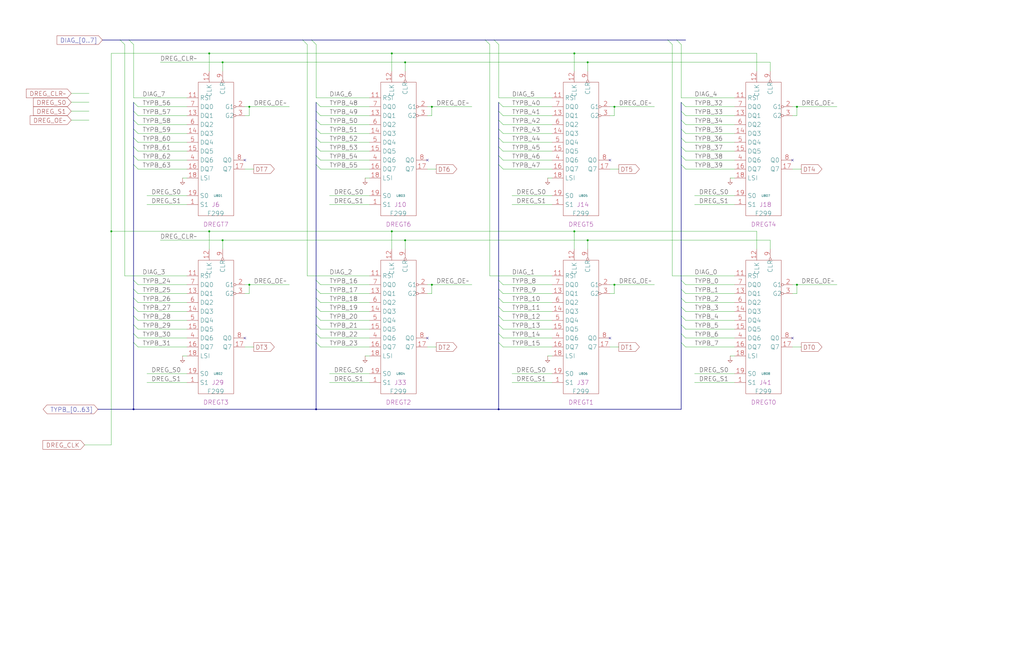
<source format=kicad_sch>
(kicad_sch (version 20230121) (generator eeschema)
  (paper "User" 584.2 378.46)
  (title_block (title "BXCVR\\nTYPE & CHKBIT DIAG REG") (date "08-MAR-90") (rev "0.0") (comment 1 "MEM32 BOARD") (comment 2 "232-003066") (comment 3 "S400") (comment 4 "RELEASED"))
  (lib_symbols
    (symbol "r1000:F299" (pin_names (offset 1.016))
      (property "Reference" "U" (at 2.54 5.08 0))
      (property "Value" "F299" (at -3.81 -5.08 0))
      (property "Location" "___" (at -1.27 0 0))
      (property "Name" "______" (at 1.27 -12.7 0))
      (symbol "F299_1_1"
        (rectangle (start -8.89 69.85) (end 11.43 -6.35))
        (circle (center 5.08 70.485) (radius 0.635))
        (circle (center 12.065 50.8) (radius 0.635))
        (circle (center 12.065 55.88) (radius 0.635))
        (pin input line (at -15.24 0 0) (length 6.35) (name "S1") (number "1"))
        (pin input line (at -15.24 60.96 0) (length 6.35) (name "RSI") (number "11"))
        (pin input line (at -2.54 76.2 270) (length 6.35) (name "CLK") (number "12"))
        (pin bidirectional line (at -15.24 50.8 0) (length 6.35) (name "DQ1") (number "13"))
        (pin bidirectional line (at -15.24 40.64 0) (length 6.35) (name "DQ3") (number "14"))
        (pin bidirectional line (at -15.24 30.48 0) (length 6.35) (name "DQ5") (number "15"))
        (pin bidirectional line (at -15.24 20.32 0) (length 6.35) (name "DQ7") (number "16"))
        (pin output line (at 17.78 20.32 180) (length 6.35) (name "Q7") (number "17"))
        (pin input line (at -15.24 15.24 0) (length 6.35) (name "LSI") (number "18"))
        (pin input line (at -15.24 5.08 0) (length 6.35) (name "S0") (number "19"))
        (pin input line (at 17.78 55.88 180) (length 5.08) (name "G1") (number "2"))
        (pin input line (at 17.78 50.8 180) (length 5.08) (name "G2") (number "3"))
        (pin bidirectional line (at -15.24 25.4 0) (length 6.35) (name "DQ6") (number "4"))
        (pin bidirectional line (at -15.24 35.56 0) (length 6.35) (name "DQ4") (number "5"))
        (pin bidirectional line (at -15.24 45.72 0) (length 6.35) (name "DQ2") (number "6"))
        (pin bidirectional line (at -15.24 55.88 0) (length 6.35) (name "DQ0") (number "7"))
        (pin output line (at 17.78 25.4 180) (length 6.35) (name "Q0") (number "8"))
        (pin input line (at 5.08 76.2 270) (length 5.08) (name "CLR") (number "9"))
      )
    )
    (symbol "r1000:PD" (power) (pin_numbers hide) (pin_names hide) (in_bom no)
      (symbol "PD_0_1"
        (polyline (pts (xy 0 -2.54) (xy 1.27 -2.54) (xy 0 -3.81) (xy -1.27 -2.54) (xy 0 -2.54)) (stroke (width 0.1524)))
      )
      (symbol "PD_1_1"
        (pin power_in line (at 0 0 270) (length 2.54) (name "PD") (number "1"))
      )
    )
  )
  (junction (at 119.38 30.48))
  (junction (at 454.66 162.56))
  (junction (at 142.24 162.56))
  (junction (at 335.28 137.16))
  (junction (at 284.48 233.68))
  (junction (at 223.52 132.08))
  (junction (at 246.38 60.96))
  (junction (at 350.52 60.96))
  (junction (at 454.66 60.96))
  (junction (at 335.28 35.56))
  (junction (at 350.52 162.56))
  (junction (at 231.14 137.16))
  (junction (at 142.24 60.96))
  (junction (at 127 137.16))
  (junction (at 119.38 132.08))
  (junction (at 327.66 132.08))
  (junction (at 223.52 30.48))
  (junction (at 63.5 132.08))
  (junction (at 231.14 35.56))
  (junction (at 127 35.56))
  (junction (at 76.2 233.68))
  (junction (at 327.66 30.48))
  (junction (at 246.38 162.56))
  (junction (at 180.34 233.68))
  (no_connect (at 139.7 91.44))
  (no_connect (at 347.98 91.44))
  (no_connect (at 452.12 193.04))
  (no_connect (at 452.12 91.44))
  (no_connect (at 243.84 193.04))
  (no_connect (at 243.84 91.44))
  (no_connect (at 347.98 193.04))
  (no_connect (at 139.7 193.04))
  (bus_entry (at 284.48 83.82) (size 2.54 2.54))
  (bus_entry (at 284.48 160.02) (size 2.54 2.54))
  (bus_entry (at 76.2 93.98) (size 2.54 2.54))
  (bus_entry (at 180.34 160.02) (size 2.54 2.54))
  (bus_entry (at 284.48 63.5) (size 2.54 2.54))
  (bus_entry (at 284.48 185.42) (size 2.54 2.54))
  (bus_entry (at 388.62 180.34) (size 2.54 2.54))
  (bus_entry (at 76.2 73.66) (size 2.54 2.54))
  (bus_entry (at 76.2 175.26) (size 2.54 2.54))
  (bus_entry (at 381 22.86) (size 2.54 2.54))
  (bus_entry (at 284.48 180.34) (size 2.54 2.54))
  (bus_entry (at 284.48 58.42) (size 2.54 2.54))
  (bus_entry (at 284.48 93.98) (size 2.54 2.54))
  (bus_entry (at 76.2 88.9) (size 2.54 2.54))
  (bus_entry (at 180.34 195.58) (size 2.54 2.54))
  (bus_entry (at 180.34 180.34) (size 2.54 2.54))
  (bus_entry (at 180.34 68.58) (size 2.54 2.54))
  (bus_entry (at 284.48 68.58) (size 2.54 2.54))
  (bus_entry (at 284.48 78.74) (size 2.54 2.54))
  (bus_entry (at 76.2 165.1) (size 2.54 2.54))
  (bus_entry (at 76.2 180.34) (size 2.54 2.54))
  (bus_entry (at 284.48 170.18) (size 2.54 2.54))
  (bus_entry (at 76.2 68.58) (size 2.54 2.54))
  (bus_entry (at 281.94 22.86) (size 2.54 2.54))
  (bus_entry (at 180.34 63.5) (size 2.54 2.54))
  (bus_entry (at 388.62 58.42) (size 2.54 2.54))
  (bus_entry (at 180.34 190.5) (size 2.54 2.54))
  (bus_entry (at 284.48 165.1) (size 2.54 2.54))
  (bus_entry (at 180.34 73.66) (size 2.54 2.54))
  (bus_entry (at 76.2 170.18) (size 2.54 2.54))
  (bus_entry (at 180.34 165.1) (size 2.54 2.54))
  (bus_entry (at 180.34 185.42) (size 2.54 2.54))
  (bus_entry (at 388.62 175.26) (size 2.54 2.54))
  (bus_entry (at 76.2 190.5) (size 2.54 2.54))
  (bus_entry (at 180.34 83.82) (size 2.54 2.54))
  (bus_entry (at 388.62 93.98) (size 2.54 2.54))
  (bus_entry (at 388.62 88.9) (size 2.54 2.54))
  (bus_entry (at 180.34 88.9) (size 2.54 2.54))
  (bus_entry (at 76.2 160.02) (size 2.54 2.54))
  (bus_entry (at 388.62 68.58) (size 2.54 2.54))
  (bus_entry (at 284.48 88.9) (size 2.54 2.54))
  (bus_entry (at 388.62 185.42) (size 2.54 2.54))
  (bus_entry (at 284.48 175.26) (size 2.54 2.54))
  (bus_entry (at 180.34 58.42) (size 2.54 2.54))
  (bus_entry (at 276.86 22.86) (size 2.54 2.54))
  (bus_entry (at 76.2 83.82) (size 2.54 2.54))
  (bus_entry (at 284.48 195.58) (size 2.54 2.54))
  (bus_entry (at 284.48 190.5) (size 2.54 2.54))
  (bus_entry (at 388.62 165.1) (size 2.54 2.54))
  (bus_entry (at 388.62 83.82) (size 2.54 2.54))
  (bus_entry (at 386.08 22.86) (size 2.54 2.54))
  (bus_entry (at 180.34 175.26) (size 2.54 2.54))
  (bus_entry (at 76.2 185.42) (size 2.54 2.54))
  (bus_entry (at 177.8 22.86) (size 2.54 2.54))
  (bus_entry (at 388.62 170.18) (size 2.54 2.54))
  (bus_entry (at 388.62 63.5) (size 2.54 2.54))
  (bus_entry (at 388.62 73.66) (size 2.54 2.54))
  (bus_entry (at 388.62 195.58) (size 2.54 2.54))
  (bus_entry (at 180.34 170.18) (size 2.54 2.54))
  (bus_entry (at 76.2 195.58) (size 2.54 2.54))
  (bus_entry (at 180.34 93.98) (size 2.54 2.54))
  (bus_entry (at 68.58 22.86) (size 2.54 2.54))
  (bus_entry (at 284.48 73.66) (size 2.54 2.54))
  (bus_entry (at 388.62 190.5) (size 2.54 2.54))
  (bus_entry (at 76.2 78.74) (size 2.54 2.54))
  (bus_entry (at 76.2 58.42) (size 2.54 2.54))
  (bus_entry (at 73.66 22.86) (size 2.54 2.54))
  (bus_entry (at 180.34 78.74) (size 2.54 2.54))
  (bus_entry (at 172.72 22.86) (size 2.54 2.54))
  (bus_entry (at 76.2 63.5) (size 2.54 2.54))
  (bus_entry (at 388.62 78.74) (size 2.54 2.54))
  (bus_entry (at 388.62 160.02) (size 2.54 2.54))
  (wire (pts (xy 335.28 137.16) (xy 335.28 142.24)))
  (wire (pts (xy 104.14 203.2) (xy 106.68 203.2)))
  (wire (pts (xy 287.02 182.88) (xy 314.96 182.88)))
  (wire (pts (xy 246.38 167.64) (xy 246.38 162.56)))
  (bus (pts (xy 388.62 93.98) (xy 388.62 160.02)))
  (bus (pts (xy 284.48 185.42) (xy 284.48 190.5)))
  (wire (pts (xy 187.96 111.76) (xy 210.82 111.76)))
  (bus (pts (xy 284.48 160.02) (xy 284.48 165.1)))
  (bus (pts (xy 388.62 83.82) (xy 388.62 88.9)))
  (wire (pts (xy 78.74 198.12) (xy 106.68 198.12)))
  (bus (pts (xy 284.48 73.66) (xy 284.48 78.74)))
  (bus (pts (xy 388.62 165.1) (xy 388.62 170.18)))
  (wire (pts (xy 388.62 55.88) (xy 388.62 25.4)))
  (wire (pts (xy 119.38 132.08) (xy 119.38 142.24)))
  (wire (pts (xy 312.42 101.6) (xy 314.96 101.6)))
  (wire (pts (xy 71.12 25.4) (xy 71.12 157.48)))
  (bus (pts (xy 284.48 175.26) (xy 284.48 180.34)))
  (wire (pts (xy 391.16 60.96) (xy 419.1 60.96)))
  (wire (pts (xy 396.24 116.84) (xy 419.1 116.84)))
  (wire (pts (xy 223.52 132.08) (xy 223.52 142.24)))
  (wire (pts (xy 231.14 137.16) (xy 231.14 142.24)))
  (wire (pts (xy 383.54 157.48) (xy 383.54 25.4)))
  (wire (pts (xy 182.88 86.36) (xy 210.82 86.36)))
  (bus (pts (xy 381 22.86) (xy 386.08 22.86)))
  (wire (pts (xy 142.24 162.56) (xy 139.7 162.56)))
  (wire (pts (xy 139.7 167.64) (xy 142.24 167.64)))
  (wire (pts (xy 104.14 101.6) (xy 106.68 101.6)))
  (wire (pts (xy 231.14 137.16) (xy 335.28 137.16)))
  (bus (pts (xy 284.48 68.58) (xy 284.48 73.66)))
  (wire (pts (xy 327.66 132.08) (xy 431.8 132.08)))
  (bus (pts (xy 284.48 83.82) (xy 284.48 88.9)))
  (wire (pts (xy 347.98 167.64) (xy 350.52 167.64)))
  (bus (pts (xy 284.48 58.42) (xy 284.48 63.5)))
  (wire (pts (xy 391.16 167.64) (xy 419.1 167.64)))
  (wire (pts (xy 391.16 193.04) (xy 419.1 193.04)))
  (wire (pts (xy 243.84 167.64) (xy 246.38 167.64)))
  (bus (pts (xy 76.2 73.66) (xy 76.2 78.74)))
  (wire (pts (xy 71.12 157.48) (xy 106.68 157.48)))
  (wire (pts (xy 127 137.16) (xy 127 142.24)))
  (wire (pts (xy 78.74 187.96) (xy 106.68 187.96)))
  (bus (pts (xy 388.62 175.26) (xy 388.62 180.34)))
  (wire (pts (xy 223.52 30.48) (xy 223.52 40.64)))
  (wire (pts (xy 431.8 30.48) (xy 431.8 40.64)))
  (wire (pts (xy 231.14 35.56) (xy 231.14 40.64)))
  (wire (pts (xy 396.24 213.36) (xy 419.1 213.36)))
  (bus (pts (xy 76.2 78.74) (xy 76.2 83.82)))
  (wire (pts (xy 40.64 63.5) (xy 50.8 63.5)))
  (wire (pts (xy 347.98 96.52) (xy 353.06 96.52)))
  (bus (pts (xy 284.48 78.74) (xy 284.48 83.82)))
  (wire (pts (xy 78.74 167.64) (xy 106.68 167.64)))
  (wire (pts (xy 78.74 81.28) (xy 106.68 81.28)))
  (wire (pts (xy 391.16 187.96) (xy 419.1 187.96)))
  (wire (pts (xy 76.2 55.88) (xy 106.68 55.88)))
  (wire (pts (xy 452.12 96.52) (xy 457.2 96.52)))
  (wire (pts (xy 76.2 55.88) (xy 76.2 25.4)))
  (bus (pts (xy 76.2 180.34) (xy 76.2 185.42)))
  (bus (pts (xy 76.2 160.02) (xy 76.2 165.1)))
  (bus (pts (xy 388.62 78.74) (xy 388.62 83.82)))
  (wire (pts (xy 327.66 30.48) (xy 327.66 40.64)))
  (wire (pts (xy 142.24 60.96) (xy 165.1 60.96)))
  (wire (pts (xy 454.66 162.56) (xy 477.52 162.56)))
  (wire (pts (xy 287.02 162.56) (xy 314.96 162.56)))
  (bus (pts (xy 76.2 93.98) (xy 76.2 160.02)))
  (wire (pts (xy 439.42 35.56) (xy 439.42 40.64)))
  (bus (pts (xy 73.66 22.86) (xy 172.72 22.86)))
  (bus (pts (xy 177.8 22.86) (xy 276.86 22.86)))
  (wire (pts (xy 182.88 193.04) (xy 210.82 193.04)))
  (wire (pts (xy 119.38 30.48) (xy 119.38 40.64)))
  (bus (pts (xy 284.48 233.68) (xy 388.62 233.68)))
  (wire (pts (xy 63.5 30.48) (xy 119.38 30.48)))
  (wire (pts (xy 279.4 157.48) (xy 314.96 157.48)))
  (wire (pts (xy 454.66 66.04) (xy 454.66 60.96)))
  (wire (pts (xy 182.88 96.52) (xy 210.82 96.52)))
  (wire (pts (xy 416.56 101.6) (xy 419.1 101.6)))
  (wire (pts (xy 78.74 162.56) (xy 106.68 162.56)))
  (wire (pts (xy 182.88 198.12) (xy 210.82 198.12)))
  (bus (pts (xy 180.34 58.42) (xy 180.34 63.5)))
  (wire (pts (xy 139.7 96.52) (xy 144.78 96.52)))
  (wire (pts (xy 182.88 91.44) (xy 210.82 91.44)))
  (bus (pts (xy 388.62 190.5) (xy 388.62 195.58)))
  (wire (pts (xy 182.88 167.64) (xy 210.82 167.64)))
  (wire (pts (xy 63.5 132.08) (xy 63.5 30.48)))
  (wire (pts (xy 187.96 213.36) (xy 210.82 213.36)))
  (wire (pts (xy 284.48 55.88) (xy 314.96 55.88)))
  (bus (pts (xy 388.62 180.34) (xy 388.62 185.42)))
  (wire (pts (xy 119.38 132.08) (xy 223.52 132.08)))
  (wire (pts (xy 327.66 132.08) (xy 327.66 142.24)))
  (wire (pts (xy 78.74 96.52) (xy 106.68 96.52)))
  (wire (pts (xy 182.88 81.28) (xy 210.82 81.28)))
  (wire (pts (xy 208.28 203.2) (xy 210.82 203.2)))
  (bus (pts (xy 284.48 63.5) (xy 284.48 68.58)))
  (wire (pts (xy 91.44 35.56) (xy 127 35.56)))
  (wire (pts (xy 287.02 86.36) (xy 314.96 86.36)))
  (wire (pts (xy 391.16 182.88) (xy 419.1 182.88)))
  (wire (pts (xy 78.74 86.36) (xy 106.68 86.36)))
  (wire (pts (xy 223.52 132.08) (xy 327.66 132.08)))
  (wire (pts (xy 127 35.56) (xy 127 40.64)))
  (wire (pts (xy 279.4 157.48) (xy 279.4 25.4)))
  (bus (pts (xy 284.48 190.5) (xy 284.48 195.58)))
  (wire (pts (xy 187.96 218.44) (xy 210.82 218.44)))
  (wire (pts (xy 91.44 137.16) (xy 127 137.16)))
  (wire (pts (xy 292.1 213.36) (xy 314.96 213.36)))
  (wire (pts (xy 182.88 66.04) (xy 210.82 66.04)))
  (wire (pts (xy 287.02 187.96) (xy 314.96 187.96)))
  (wire (pts (xy 287.02 167.64) (xy 314.96 167.64)))
  (wire (pts (xy 452.12 167.64) (xy 454.66 167.64)))
  (bus (pts (xy 68.58 22.86) (xy 73.66 22.86)))
  (wire (pts (xy 231.14 35.56) (xy 335.28 35.56)))
  (wire (pts (xy 391.16 172.72) (xy 419.1 172.72)))
  (wire (pts (xy 182.88 177.8) (xy 210.82 177.8)))
  (wire (pts (xy 416.56 203.2) (xy 419.1 203.2)))
  (wire (pts (xy 180.34 55.88) (xy 210.82 55.88)))
  (wire (pts (xy 452.12 66.04) (xy 454.66 66.04)))
  (wire (pts (xy 335.28 35.56) (xy 439.42 35.56)))
  (bus (pts (xy 180.34 78.74) (xy 180.34 83.82)))
  (bus (pts (xy 281.94 22.86) (xy 381 22.86)))
  (wire (pts (xy 287.02 81.28) (xy 314.96 81.28)))
  (wire (pts (xy 83.82 218.44) (xy 106.68 218.44)))
  (bus (pts (xy 180.34 175.26) (xy 180.34 180.34)))
  (bus (pts (xy 388.62 170.18) (xy 388.62 175.26)))
  (bus (pts (xy 388.62 88.9) (xy 388.62 93.98)))
  (wire (pts (xy 182.88 187.96) (xy 210.82 187.96)))
  (wire (pts (xy 287.02 177.8) (xy 314.96 177.8)))
  (bus (pts (xy 388.62 195.58) (xy 388.62 233.68)))
  (wire (pts (xy 391.16 91.44) (xy 419.1 91.44)))
  (wire (pts (xy 287.02 76.2) (xy 314.96 76.2)))
  (wire (pts (xy 78.74 172.72) (xy 106.68 172.72)))
  (wire (pts (xy 63.5 132.08) (xy 119.38 132.08)))
  (bus (pts (xy 180.34 233.68) (xy 284.48 233.68)))
  (bus (pts (xy 172.72 22.86) (xy 177.8 22.86)))
  (bus (pts (xy 76.2 58.42) (xy 76.2 63.5)))
  (wire (pts (xy 40.64 58.42) (xy 50.8 58.42)))
  (wire (pts (xy 327.66 30.48) (xy 431.8 30.48)))
  (wire (pts (xy 312.42 203.2) (xy 314.96 203.2)))
  (wire (pts (xy 40.64 68.58) (xy 50.8 68.58)))
  (wire (pts (xy 350.52 66.04) (xy 350.52 60.96)))
  (wire (pts (xy 454.66 162.56) (xy 452.12 162.56)))
  (wire (pts (xy 287.02 198.12) (xy 314.96 198.12)))
  (bus (pts (xy 284.48 180.34) (xy 284.48 185.42)))
  (bus (pts (xy 284.48 88.9) (xy 284.48 93.98)))
  (bus (pts (xy 388.62 160.02) (xy 388.62 165.1)))
  (bus (pts (xy 180.34 170.18) (xy 180.34 175.26)))
  (wire (pts (xy 78.74 60.96) (xy 106.68 60.96)))
  (bus (pts (xy 284.48 170.18) (xy 284.48 175.26)))
  (bus (pts (xy 276.86 22.86) (xy 281.94 22.86)))
  (wire (pts (xy 292.1 116.84) (xy 314.96 116.84)))
  (bus (pts (xy 76.2 170.18) (xy 76.2 175.26)))
  (wire (pts (xy 175.26 157.48) (xy 210.82 157.48)))
  (wire (pts (xy 335.28 137.16) (xy 439.42 137.16)))
  (wire (pts (xy 287.02 91.44) (xy 314.96 91.44)))
  (bus (pts (xy 180.34 63.5) (xy 180.34 68.58)))
  (wire (pts (xy 142.24 167.64) (xy 142.24 162.56)))
  (wire (pts (xy 243.84 96.52) (xy 248.92 96.52)))
  (bus (pts (xy 388.62 73.66) (xy 388.62 78.74)))
  (wire (pts (xy 182.88 182.88) (xy 210.82 182.88)))
  (wire (pts (xy 223.52 30.48) (xy 327.66 30.48)))
  (bus (pts (xy 180.34 83.82) (xy 180.34 88.9)))
  (wire (pts (xy 287.02 66.04) (xy 314.96 66.04)))
  (wire (pts (xy 182.88 71.12) (xy 210.82 71.12)))
  (wire (pts (xy 78.74 182.88) (xy 106.68 182.88)))
  (wire (pts (xy 78.74 193.04) (xy 106.68 193.04)))
  (wire (pts (xy 127 35.56) (xy 231.14 35.56)))
  (wire (pts (xy 287.02 96.52) (xy 314.96 96.52)))
  (wire (pts (xy 175.26 157.48) (xy 175.26 25.4)))
  (wire (pts (xy 350.52 60.96) (xy 373.38 60.96)))
  (wire (pts (xy 63.5 254) (xy 63.5 132.08)))
  (bus (pts (xy 76.2 175.26) (xy 76.2 180.34)))
  (wire (pts (xy 243.84 66.04) (xy 246.38 66.04)))
  (wire (pts (xy 391.16 86.36) (xy 419.1 86.36)))
  (bus (pts (xy 180.34 68.58) (xy 180.34 73.66)))
  (wire (pts (xy 246.38 162.56) (xy 269.24 162.56)))
  (wire (pts (xy 40.64 53.34) (xy 50.8 53.34)))
  (wire (pts (xy 391.16 96.52) (xy 419.1 96.52)))
  (wire (pts (xy 452.12 198.12) (xy 457.2 198.12)))
  (bus (pts (xy 76.2 233.68) (xy 180.34 233.68)))
  (wire (pts (xy 246.38 60.96) (xy 269.24 60.96)))
  (wire (pts (xy 347.98 198.12) (xy 353.06 198.12)))
  (wire (pts (xy 182.88 172.72) (xy 210.82 172.72)))
  (wire (pts (xy 391.16 81.28) (xy 419.1 81.28)))
  (wire (pts (xy 142.24 66.04) (xy 142.24 60.96)))
  (wire (pts (xy 383.54 157.48) (xy 419.1 157.48)))
  (wire (pts (xy 208.28 101.6) (xy 210.82 101.6)))
  (bus (pts (xy 180.34 190.5) (xy 180.34 195.58)))
  (wire (pts (xy 391.16 76.2) (xy 419.1 76.2)))
  (wire (pts (xy 187.96 116.84) (xy 210.82 116.84)))
  (wire (pts (xy 182.88 76.2) (xy 210.82 76.2)))
  (wire (pts (xy 83.82 213.36) (xy 106.68 213.36)))
  (wire (pts (xy 78.74 71.12) (xy 106.68 71.12)))
  (wire (pts (xy 78.74 91.44) (xy 106.68 91.44)))
  (bus (pts (xy 284.48 195.58) (xy 284.48 233.68)))
  (wire (pts (xy 350.52 60.96) (xy 347.98 60.96)))
  (wire (pts (xy 287.02 71.12) (xy 314.96 71.12)))
  (bus (pts (xy 180.34 180.34) (xy 180.34 185.42)))
  (bus (pts (xy 180.34 73.66) (xy 180.34 78.74)))
  (wire (pts (xy 83.82 116.84) (xy 106.68 116.84)))
  (wire (pts (xy 287.02 172.72) (xy 314.96 172.72)))
  (bus (pts (xy 388.62 63.5) (xy 388.62 68.58)))
  (wire (pts (xy 388.62 55.88) (xy 419.1 55.88)))
  (wire (pts (xy 454.66 167.64) (xy 454.66 162.56)))
  (wire (pts (xy 142.24 60.96) (xy 139.7 60.96)))
  (wire (pts (xy 246.38 66.04) (xy 246.38 60.96)))
  (wire (pts (xy 347.98 66.04) (xy 350.52 66.04)))
  (wire (pts (xy 78.74 177.8) (xy 106.68 177.8)))
  (wire (pts (xy 396.24 111.76) (xy 419.1 111.76)))
  (wire (pts (xy 78.74 66.04) (xy 106.68 66.04)))
  (wire (pts (xy 127 137.16) (xy 231.14 137.16)))
  (bus (pts (xy 76.2 195.58) (xy 76.2 233.68)))
  (wire (pts (xy 391.16 71.12) (xy 419.1 71.12)))
  (bus (pts (xy 180.34 93.98) (xy 180.34 160.02)))
  (wire (pts (xy 454.66 60.96) (xy 477.52 60.96)))
  (wire (pts (xy 292.1 111.76) (xy 314.96 111.76)))
  (wire (pts (xy 431.8 132.08) (xy 431.8 142.24)))
  (bus (pts (xy 76.2 83.82) (xy 76.2 88.9)))
  (bus (pts (xy 284.48 165.1) (xy 284.48 170.18)))
  (wire (pts (xy 284.48 55.88) (xy 284.48 25.4)))
  (wire (pts (xy 287.02 60.96) (xy 314.96 60.96)))
  (bus (pts (xy 76.2 63.5) (xy 76.2 68.58)))
  (wire (pts (xy 246.38 162.56) (xy 243.84 162.56)))
  (wire (pts (xy 287.02 193.04) (xy 314.96 193.04)))
  (wire (pts (xy 243.84 198.12) (xy 248.92 198.12)))
  (bus (pts (xy 76.2 68.58) (xy 76.2 73.66)))
  (bus (pts (xy 388.62 185.42) (xy 388.62 190.5)))
  (wire (pts (xy 391.16 177.8) (xy 419.1 177.8)))
  (wire (pts (xy 119.38 30.48) (xy 223.52 30.48)))
  (wire (pts (xy 180.34 55.88) (xy 180.34 25.4)))
  (wire (pts (xy 391.16 66.04) (xy 419.1 66.04)))
  (wire (pts (xy 48.26 254) (xy 63.5 254)))
  (wire (pts (xy 350.52 162.56) (xy 373.38 162.56)))
  (bus (pts (xy 284.48 93.98) (xy 284.48 160.02)))
  (wire (pts (xy 396.24 218.44) (xy 419.1 218.44)))
  (wire (pts (xy 439.42 137.16) (xy 439.42 142.24)))
  (bus (pts (xy 180.34 88.9) (xy 180.34 93.98)))
  (bus (pts (xy 180.34 165.1) (xy 180.34 170.18)))
  (wire (pts (xy 391.16 198.12) (xy 419.1 198.12)))
  (wire (pts (xy 78.74 76.2) (xy 106.68 76.2)))
  (bus (pts (xy 180.34 185.42) (xy 180.34 190.5)))
  (bus (pts (xy 388.62 58.42) (xy 388.62 63.5)))
  (bus (pts (xy 386.08 22.86) (xy 391.16 22.86)))
  (wire (pts (xy 454.66 60.96) (xy 452.12 60.96)))
  (bus (pts (xy 76.2 88.9) (xy 76.2 93.98)))
  (bus (pts (xy 76.2 185.42) (xy 76.2 190.5)))
  (bus (pts (xy 76.2 190.5) (xy 76.2 195.58)))
  (wire (pts (xy 246.38 60.96) (xy 243.84 60.96)))
  (bus (pts (xy 55.88 233.68) (xy 76.2 233.68)))
  (wire (pts (xy 292.1 218.44) (xy 314.96 218.44)))
  (wire (pts (xy 182.88 60.96) (xy 210.82 60.96)))
  (wire (pts (xy 83.82 111.76) (xy 106.68 111.76)))
  (wire (pts (xy 142.24 162.56) (xy 165.1 162.56)))
  (wire (pts (xy 350.52 167.64) (xy 350.52 162.56)))
  (bus (pts (xy 76.2 165.1) (xy 76.2 170.18)))
  (wire (pts (xy 335.28 35.56) (xy 335.28 40.64)))
  (bus (pts (xy 180.34 160.02) (xy 180.34 165.1)))
  (wire (pts (xy 391.16 162.56) (xy 419.1 162.56)))
  (wire (pts (xy 182.88 162.56) (xy 210.82 162.56)))
  (wire (pts (xy 350.52 162.56) (xy 347.98 162.56)))
  (bus (pts (xy 388.62 68.58) (xy 388.62 73.66)))
  (wire (pts (xy 139.7 66.04) (xy 142.24 66.04)))
  (wire (pts (xy 139.7 198.12) (xy 144.78 198.12)))
  (bus (pts (xy 58.42 22.86) (xy 68.58 22.86)))
  (bus (pts (xy 180.34 195.58) (xy 180.34 233.68)))
  (label "DREG_S1" (at 86.36 116.84 0) (effects (font (size 2.54 2.54))))
  (label "TYPB_56" (at 81.28 60.96 0) (effects (font (size 2.54 2.54))))
  (label "DIAG_1" (at 292.1 157.48 0) (effects (font (size 2.54 2.54))))
  (label "DREG_S0" (at 190.5 213.36 0) (effects (font (size 2.54 2.54))))
  (label "DREG_CLR~" (at 91.44 35.56 0) (effects (font (size 2.54 2.54))))
  (label "TYPB_43" (at 292.1 76.2 0) (effects (font (size 2.54 2.54))))
  (label "DIAG_6" (at 187.96 55.88 0) (effects (font (size 2.54 2.54))))
  (label "TYPB_49" (at 187.96 66.04 0) (effects (font (size 2.54 2.54))))
  (label "DREG_S1" (at 86.36 218.44 0) (effects (font (size 2.54 2.54))))
  (label "TYPB_39" (at 396.24 96.52 0) (effects (font (size 2.54 2.54))))
  (label "TYPB_17" (at 187.96 167.64 0) (effects (font (size 2.54 2.54))))
  (label "DREG_S1" (at 190.5 116.84 0) (effects (font (size 2.54 2.54))))
  (label "TYPB_48" (at 187.96 60.96 0) (effects (font (size 2.54 2.54))))
  (label "TYPB_19" (at 187.96 177.8 0) (effects (font (size 2.54 2.54))))
  (label "DREG_OE~" (at 353.06 162.56 0) (effects (font (size 2.54 2.54))))
  (label "TYPB_21" (at 187.96 187.96 0) (effects (font (size 2.54 2.54))))
  (label "DREG_S0" (at 398.78 111.76 0) (effects (font (size 2.54 2.54))))
  (label "DREG_S0" (at 190.5 111.76 0) (effects (font (size 2.54 2.54))))
  (label "TYPB_26" (at 81.28 172.72 0) (effects (font (size 2.54 2.54))))
  (label "DREG_OE~" (at 353.06 60.96 0) (effects (font (size 2.54 2.54))))
  (label "TYPB_22" (at 187.96 193.04 0) (effects (font (size 2.54 2.54))))
  (label "TYPB_16" (at 187.96 162.56 0) (effects (font (size 2.54 2.54))))
  (label "TYPB_34" (at 396.24 71.12 0) (effects (font (size 2.54 2.54))))
  (label "TYPB_60" (at 81.28 81.28 0) (effects (font (size 2.54 2.54))))
  (label "TYPB_12" (at 292.1 182.88 0) (effects (font (size 2.54 2.54))))
  (label "TYPB_57" (at 81.28 66.04 0) (effects (font (size 2.54 2.54))))
  (label "TYPB_7" (at 396.24 198.12 0) (effects (font (size 2.54 2.54))))
  (label "TYPB_32" (at 396.24 60.96 0) (effects (font (size 2.54 2.54))))
  (label "TYPB_2" (at 396.24 172.72 0) (effects (font (size 2.54 2.54))))
  (label "DREG_S1" (at 294.64 218.44 0) (effects (font (size 2.54 2.54))))
  (label "TYPB_51" (at 187.96 76.2 0) (effects (font (size 2.54 2.54))))
  (label "TYPB_15" (at 292.1 198.12 0) (effects (font (size 2.54 2.54))))
  (label "TYPB_14" (at 292.1 193.04 0) (effects (font (size 2.54 2.54))))
  (label "DREG_S1" (at 398.78 218.44 0) (effects (font (size 2.54 2.54))))
  (label "DIAG_4" (at 396.24 55.88 0) (effects (font (size 2.54 2.54))))
  (label "TYPB_23" (at 187.96 198.12 0) (effects (font (size 2.54 2.54))))
  (label "DREG_S1" (at 398.78 116.84 0) (effects (font (size 2.54 2.54))))
  (label "DREG_S1" (at 294.64 116.84 0) (effects (font (size 2.54 2.54))))
  (label "DREG_S0" (at 398.78 213.36 0) (effects (font (size 2.54 2.54))))
  (label "TYPB_24" (at 81.28 162.56 0) (effects (font (size 2.54 2.54))))
  (label "DIAG_0" (at 396.24 157.48 0) (effects (font (size 2.54 2.54))))
  (label "TYPB_50" (at 187.96 71.12 0) (effects (font (size 2.54 2.54))))
  (label "TYPB_27" (at 81.28 177.8 0) (effects (font (size 2.54 2.54))))
  (label "DIAG_7" (at 81.28 55.88 0) (effects (font (size 2.54 2.54))))
  (label "TYPB_35" (at 396.24 76.2 0) (effects (font (size 2.54 2.54))))
  (label "DREG_CLR~" (at 91.44 137.16 0) (effects (font (size 2.54 2.54))))
  (label "TYPB_46" (at 292.1 91.44 0) (effects (font (size 2.54 2.54))))
  (label "TYPB_62" (at 81.28 91.44 0) (effects (font (size 2.54 2.54))))
  (label "DREG_OE~" (at 457.2 60.96 0) (effects (font (size 2.54 2.54))))
  (label "TYPB_59" (at 81.28 76.2 0) (effects (font (size 2.54 2.54))))
  (label "DREG_OE~" (at 144.78 60.96 0) (effects (font (size 2.54 2.54))))
  (label "TYPB_11" (at 292.1 177.8 0) (effects (font (size 2.54 2.54))))
  (label "TYPB_29" (at 81.28 187.96 0) (effects (font (size 2.54 2.54))))
  (label "DIAG_5" (at 292.1 55.88 0) (effects (font (size 2.54 2.54))))
  (label "TYPB_9" (at 292.1 167.64 0) (effects (font (size 2.54 2.54))))
  (label "TYPB_47" (at 292.1 96.52 0) (effects (font (size 2.54 2.54))))
  (label "TYPB_8" (at 292.1 162.56 0) (effects (font (size 2.54 2.54))))
  (label "TYPB_45" (at 292.1 86.36 0) (effects (font (size 2.54 2.54))))
  (label "TYPB_36" (at 396.24 81.28 0) (effects (font (size 2.54 2.54))))
  (label "TYPB_18" (at 187.96 172.72 0) (effects (font (size 2.54 2.54))))
  (label "TYPB_37" (at 396.24 86.36 0) (effects (font (size 2.54 2.54))))
  (label "DREG_OE~" (at 457.2 162.56 0) (effects (font (size 2.54 2.54))))
  (label "DREG_S1" (at 190.5 218.44 0) (effects (font (size 2.54 2.54))))
  (label "TYPB_5" (at 396.24 187.96 0) (effects (font (size 2.54 2.54))))
  (label "DIAG_2" (at 187.96 157.48 0) (effects (font (size 2.54 2.54))))
  (label "TYPB_55" (at 187.96 96.52 0) (effects (font (size 2.54 2.54))))
  (label "TYPB_41" (at 292.1 66.04 0) (effects (font (size 2.54 2.54))))
  (label "TYPB_20" (at 187.96 182.88 0) (effects (font (size 2.54 2.54))))
  (label "TYPB_63" (at 81.28 96.52 0) (effects (font (size 2.54 2.54))))
  (label "DREG_S0" (at 86.36 213.36 0) (effects (font (size 2.54 2.54))))
  (label "DREG_S0" (at 294.64 111.76 0) (effects (font (size 2.54 2.54))))
  (label "DIAG_3" (at 81.28 157.48 0) (effects (font (size 2.54 2.54))))
  (label "TYPB_1" (at 396.24 167.64 0) (effects (font (size 2.54 2.54))))
  (label "TYPB_33" (at 396.24 66.04 0) (effects (font (size 2.54 2.54))))
  (label "TYPB_13" (at 292.1 187.96 0) (effects (font (size 2.54 2.54))))
  (label "TYPB_44" (at 292.1 81.28 0) (effects (font (size 2.54 2.54))))
  (label "TYPB_40" (at 292.1 60.96 0) (effects (font (size 2.54 2.54))))
  (label "TYPB_28" (at 81.28 182.88 0) (effects (font (size 2.54 2.54))))
  (label "TYPB_10" (at 292.1 172.72 0) (effects (font (size 2.54 2.54))))
  (label "TYPB_61" (at 81.28 86.36 0) (effects (font (size 2.54 2.54))))
  (label "TYPB_54" (at 187.96 91.44 0) (effects (font (size 2.54 2.54))))
  (label "TYPB_4" (at 396.24 182.88 0) (effects (font (size 2.54 2.54))))
  (label "TYPB_31" (at 81.28 198.12 0) (effects (font (size 2.54 2.54))))
  (label "TYPB_58" (at 81.28 71.12 0) (effects (font (size 2.54 2.54))))
  (label "TYPB_53" (at 187.96 86.36 0) (effects (font (size 2.54 2.54))))
  (label "TYPB_25" (at 81.28 167.64 0) (effects (font (size 2.54 2.54))))
  (label "DREG_OE~" (at 248.92 162.56 0) (effects (font (size 2.54 2.54))))
  (label "TYPB_52" (at 187.96 81.28 0) (effects (font (size 2.54 2.54))))
  (label "TYPB_38" (at 396.24 91.44 0) (effects (font (size 2.54 2.54))))
  (label "DREG_S0" (at 86.36 111.76 0) (effects (font (size 2.54 2.54))))
  (label "DREG_OE~" (at 248.92 60.96 0) (effects (font (size 2.54 2.54))))
  (label "TYPB_6" (at 396.24 193.04 0) (effects (font (size 2.54 2.54))))
  (label "TYPB_0" (at 396.24 162.56 0) (effects (font (size 2.54 2.54))))
  (label "DREG_OE~" (at 144.78 162.56 0) (effects (font (size 2.54 2.54))))
  (label "TYPB_3" (at 396.24 177.8 0) (effects (font (size 2.54 2.54))))
  (label "DREG_S0" (at 294.64 213.36 0) (effects (font (size 2.54 2.54))))
  (label "TYPB_42" (at 292.1 71.12 0) (effects (font (size 2.54 2.54))))
  (label "TYPB_30" (at 81.28 193.04 0) (effects (font (size 2.54 2.54))))
  (global_label "DREG_S0" (shape input) (at 40.64 58.42 180) (effects (font (size 2.54 2.54))) (property "Intersheetrefs" "${INTERSHEET_REFS}" (at 19.1226 58.2613 0) (effects (font (size 1.905 1.905)) (justify right))))
  (global_label "DT3" (shape output) (at 144.78 198.12 0) (effects (font (size 2.54 2.54))) (property "Intersheetrefs" "${INTERSHEET_REFS}" (at 156.5003 197.9613 0) (effects (font (size 1.905 1.905)) (justify left))))
  (global_label "DT5" (shape output) (at 353.06 96.52 0) (effects (font (size 2.54 2.54))) (property "Intersheetrefs" "${INTERSHEET_REFS}" (at 364.7803 96.3613 0) (effects (font (size 1.905 1.905)) (justify left))))
  (global_label "DT6" (shape output) (at 248.92 96.52 0) (effects (font (size 2.54 2.54))) (property "Intersheetrefs" "${INTERSHEET_REFS}" (at 260.6403 96.3613 0) (effects (font (size 1.905 1.905)) (justify left))))
  (global_label "DT0" (shape output) (at 457.2 198.12 0) (effects (font (size 2.54 2.54))) (property "Intersheetrefs" "${INTERSHEET_REFS}" (at 468.9203 197.9613 0) (effects (font (size 1.905 1.905)) (justify left))))
  (global_label "TYPB_[0..63]" (shape bidirectional) (at 55.88 233.68 180) (effects (font (size 2.54 2.54))) (property "Intersheetrefs" "${INTERSHEET_REFS}" (at 26.8635 233.5213 0) (effects (font (size 1.905 1.905)) (justify right))))
  (global_label "DT7" (shape output) (at 144.78 96.52 0) (effects (font (size 2.54 2.54))) (property "Intersheetrefs" "${INTERSHEET_REFS}" (at 156.5003 96.3613 0) (effects (font (size 1.905 1.905)) (justify left))))
  (global_label "DREG_CLK" (shape input) (at 48.26 254 180) (effects (font (size 2.54 2.54))) (property "Intersheetrefs" "${INTERSHEET_REFS}" (at 24.4445 253.8413 0) (effects (font (size 1.905 1.905)) (justify right))))
  (global_label "DT4" (shape output) (at 457.2 96.52 0) (effects (font (size 2.54 2.54))) (property "Intersheetrefs" "${INTERSHEET_REFS}" (at 468.9203 96.3613 0) (effects (font (size 1.905 1.905)) (justify left))))
  (global_label "DT1" (shape output) (at 353.06 198.12 0) (effects (font (size 2.54 2.54))) (property "Intersheetrefs" "${INTERSHEET_REFS}" (at 364.7803 197.9613 0) (effects (font (size 1.905 1.905)) (justify left))))
  (global_label "DREG_S1" (shape input) (at 40.64 63.5 180) (effects (font (size 2.54 2.54))) (property "Intersheetrefs" "${INTERSHEET_REFS}" (at 19.1226 63.3413 0) (effects (font (size 1.905 1.905)) (justify right))))
  (global_label "DREG_OE~" (shape input) (at 40.64 68.58 180) (effects (font (size 2.54 2.54))) (property "Intersheetrefs" "${INTERSHEET_REFS}" (at 17.1873 68.4213 0) (effects (font (size 1.905 1.905)) (justify right))))
  (global_label "DIAG_[0..7]" (shape input) (at 58.42 22.86 180) (effects (font (size 2.54 2.54))) (property "Intersheetrefs" "${INTERSHEET_REFS}" (at 32.5483 22.7013 0) (effects (font (size 1.905 1.905)) (justify right))))
  (global_label "DREG_CLR~" (shape input) (at 40.64 53.34 180) (effects (font (size 2.54 2.54))) (property "Intersheetrefs" "${INTERSHEET_REFS}" (at 15.0102 53.1813 0) (effects (font (size 1.905 1.905)) (justify right))))
  (global_label "DT2" (shape output) (at 248.92 198.12 0) (effects (font (size 2.54 2.54))) (property "Intersheetrefs" "${INTERSHEET_REFS}" (at 260.6403 197.9613 0) (effects (font (size 1.905 1.905)) (justify left))))
  (symbol (lib_id "r1000:F299") (at 330.2 116.84 0) (unit 1)
    (property "Reference" "U805" (at 332.74 111.76 0))
    (property "Value" "F299" (at 326.39 121.92 0) (effects (font (size 2.54 2.54)) (justify left)))
    (property "Location" "J14" (at 328.93 116.84 0) (effects (font (size 2.54 2.54)) (justify left)))
    (property "Name" "DREGT5" (at 331.47 129.54 0) (effects (font (size 2.54 2.54)) (justify bottom)))
  )
  (symbol (lib_id "r1000:PD") (at 416.56 203.2 0) (unit 1) (in_bom no)
    (property "Reference" "#PWR0808" (effects hide))
    (property "Value" "PD" (effects hide))
  )
  (symbol (lib_id "r1000:F299") (at 434.34 218.44 0) (unit 1)
    (property "Reference" "U808" (at 436.88 213.36 0))
    (property "Value" "F299" (at 430.53 223.52 0) (effects (font (size 2.54 2.54)) (justify left)))
    (property "Location" "J41" (at 433.07 218.44 0) (effects (font (size 2.54 2.54)) (justify left)))
    (property "Name" "DREGT0" (at 435.61 231.14 0) (effects (font (size 2.54 2.54)) (justify bottom)))
  )
  (symbol (lib_id "r1000:PD") (at 312.42 203.2 0) (unit 1) (in_bom no)
    (property "Reference" "#PWR0806" (effects hide))
    (property "Value" "PD" (effects hide))
  )
  (symbol (lib_id "r1000:PD") (at 208.28 101.6 0) (unit 1) (in_bom no)
    (property "Reference" "#PWR0803" (effects hide))
    (property "Value" "PD" (effects hide))
  )
  (symbol (lib_id "r1000:PD") (at 104.14 101.6 0) (unit 1) (in_bom no)
    (property "Reference" "#PWR0801" (effects hide))
    (property "Value" "PD" (effects hide))
  )
  (symbol (lib_id "r1000:PD") (at 104.14 203.2 0) (unit 1) (in_bom no)
    (property "Reference" "#PWR0802" (effects hide))
    (property "Value" "PD" (effects hide))
  )
  (symbol (lib_id "r1000:F299") (at 121.92 218.44 0) (unit 1)
    (property "Reference" "U802" (at 124.46 213.36 0))
    (property "Value" "F299" (at 118.11 223.52 0) (effects (font (size 2.54 2.54)) (justify left)))
    (property "Location" "J29" (at 120.65 218.44 0) (effects (font (size 2.54 2.54)) (justify left)))
    (property "Name" "DREGT3" (at 123.19 231.14 0) (effects (font (size 2.54 2.54)) (justify bottom)))
  )
  (symbol (lib_id "r1000:F299") (at 434.34 116.84 0) (unit 1)
    (property "Reference" "U807" (at 436.88 111.76 0))
    (property "Value" "F299" (at 430.53 121.92 0) (effects (font (size 2.54 2.54)) (justify left)))
    (property "Location" "J18" (at 433.07 116.84 0) (effects (font (size 2.54 2.54)) (justify left)))
    (property "Name" "DREGT4" (at 435.61 129.54 0) (effects (font (size 2.54 2.54)) (justify bottom)))
  )
  (symbol (lib_id "r1000:F299") (at 226.06 218.44 0) (unit 1)
    (property "Reference" "U804" (at 228.6 213.36 0))
    (property "Value" "F299" (at 222.25 223.52 0) (effects (font (size 2.54 2.54)) (justify left)))
    (property "Location" "J33" (at 224.79 218.44 0) (effects (font (size 2.54 2.54)) (justify left)))
    (property "Name" "DREGT2" (at 227.33 231.14 0) (effects (font (size 2.54 2.54)) (justify bottom)))
  )
  (symbol (lib_id "r1000:PD") (at 416.56 101.6 0) (unit 1) (in_bom no)
    (property "Reference" "#PWR0807" (effects hide))
    (property "Value" "PD" (effects hide))
  )
  (symbol (lib_id "r1000:PD") (at 312.42 101.6 0) (unit 1) (in_bom no)
    (property "Reference" "#PWR0805" (effects hide))
    (property "Value" "PD" (effects hide))
  )
  (symbol (lib_id "r1000:F299") (at 330.2 218.44 0) (unit 1)
    (property "Reference" "U806" (at 332.74 213.36 0))
    (property "Value" "F299" (at 326.39 223.52 0) (effects (font (size 2.54 2.54)) (justify left)))
    (property "Location" "J37" (at 328.93 218.44 0) (effects (font (size 2.54 2.54)) (justify left)))
    (property "Name" "DREGT1" (at 331.47 231.14 0) (effects (font (size 2.54 2.54)) (justify bottom)))
  )
  (symbol (lib_id "r1000:F299") (at 226.06 116.84 0) (unit 1)
    (property "Reference" "U803" (at 228.6 111.76 0))
    (property "Value" "F299" (at 222.25 121.92 0) (effects (font (size 2.54 2.54)) (justify left)))
    (property "Location" "J10" (at 224.79 116.84 0) (effects (font (size 2.54 2.54)) (justify left)))
    (property "Name" "DREGT6" (at 227.33 129.54 0) (effects (font (size 2.54 2.54)) (justify bottom)))
  )
  (symbol (lib_id "r1000:PD") (at 208.28 203.2 0) (unit 1) (in_bom no)
    (property "Reference" "#PWR0804" (effects hide))
    (property "Value" "PD" (effects hide))
  )
  (symbol (lib_id "r1000:F299") (at 121.92 116.84 0) (unit 1)
    (property "Reference" "U801" (at 124.46 111.76 0))
    (property "Value" "F299" (at 118.11 121.92 0) (effects (font (size 2.54 2.54)) (justify left)))
    (property "Location" "J6" (at 120.65 116.84 0) (effects (font (size 2.54 2.54)) (justify left)))
    (property "Name" "DREGT7" (at 123.19 129.54 0) (effects (font (size 2.54 2.54)) (justify bottom)))
  )
)
</source>
